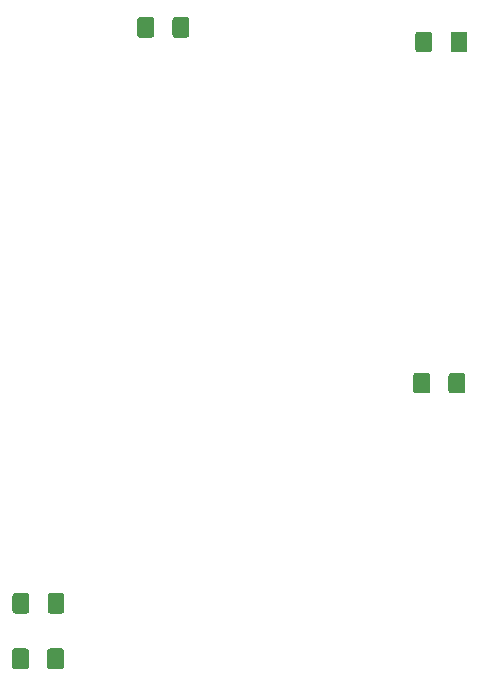
<source format=gbr>
G04 #@! TF.GenerationSoftware,KiCad,Pcbnew,(5.0.0)*
G04 #@! TF.CreationDate,2019-03-26T18:25:38-05:00*
G04 #@! TF.ProjectId,PlayerPiano,506C617965725069616E6F2E6B696361,rev?*
G04 #@! TF.SameCoordinates,Original*
G04 #@! TF.FileFunction,Paste,Top*
G04 #@! TF.FilePolarity,Positive*
%FSLAX46Y46*%
G04 Gerber Fmt 4.6, Leading zero omitted, Abs format (unit mm)*
G04 Created by KiCad (PCBNEW (5.0.0)) date 03/26/19 18:25:38*
%MOMM*%
%LPD*%
G01*
G04 APERTURE LIST*
%ADD10C,0.100000*%
%ADD11C,1.425000*%
G04 APERTURE END LIST*
D10*
G04 #@! TO.C,C1*
G36*
X217099504Y-111456204D02*
X217123773Y-111459804D01*
X217147571Y-111465765D01*
X217170671Y-111474030D01*
X217192849Y-111484520D01*
X217213893Y-111497133D01*
X217233598Y-111511747D01*
X217251777Y-111528223D01*
X217268253Y-111546402D01*
X217282867Y-111566107D01*
X217295480Y-111587151D01*
X217305970Y-111609329D01*
X217314235Y-111632429D01*
X217320196Y-111656227D01*
X217323796Y-111680496D01*
X217325000Y-111705000D01*
X217325000Y-112955000D01*
X217323796Y-112979504D01*
X217320196Y-113003773D01*
X217314235Y-113027571D01*
X217305970Y-113050671D01*
X217295480Y-113072849D01*
X217282867Y-113093893D01*
X217268253Y-113113598D01*
X217251777Y-113131777D01*
X217233598Y-113148253D01*
X217213893Y-113162867D01*
X217192849Y-113175480D01*
X217170671Y-113185970D01*
X217147571Y-113194235D01*
X217123773Y-113200196D01*
X217099504Y-113203796D01*
X217075000Y-113205000D01*
X216150000Y-113205000D01*
X216125496Y-113203796D01*
X216101227Y-113200196D01*
X216077429Y-113194235D01*
X216054329Y-113185970D01*
X216032151Y-113175480D01*
X216011107Y-113162867D01*
X215991402Y-113148253D01*
X215973223Y-113131777D01*
X215956747Y-113113598D01*
X215942133Y-113093893D01*
X215929520Y-113072849D01*
X215919030Y-113050671D01*
X215910765Y-113027571D01*
X215904804Y-113003773D01*
X215901204Y-112979504D01*
X215900000Y-112955000D01*
X215900000Y-111705000D01*
X215901204Y-111680496D01*
X215904804Y-111656227D01*
X215910765Y-111632429D01*
X215919030Y-111609329D01*
X215929520Y-111587151D01*
X215942133Y-111566107D01*
X215956747Y-111546402D01*
X215973223Y-111528223D01*
X215991402Y-111511747D01*
X216011107Y-111497133D01*
X216032151Y-111484520D01*
X216054329Y-111474030D01*
X216077429Y-111465765D01*
X216101227Y-111459804D01*
X216125496Y-111456204D01*
X216150000Y-111455000D01*
X217075000Y-111455000D01*
X217099504Y-111456204D01*
X217099504Y-111456204D01*
G37*
D11*
X216612500Y-112330000D03*
D10*
G36*
X220074504Y-111456204D02*
X220098773Y-111459804D01*
X220122571Y-111465765D01*
X220145671Y-111474030D01*
X220167849Y-111484520D01*
X220188893Y-111497133D01*
X220208598Y-111511747D01*
X220226777Y-111528223D01*
X220243253Y-111546402D01*
X220257867Y-111566107D01*
X220270480Y-111587151D01*
X220280970Y-111609329D01*
X220289235Y-111632429D01*
X220295196Y-111656227D01*
X220298796Y-111680496D01*
X220300000Y-111705000D01*
X220300000Y-112955000D01*
X220298796Y-112979504D01*
X220295196Y-113003773D01*
X220289235Y-113027571D01*
X220280970Y-113050671D01*
X220270480Y-113072849D01*
X220257867Y-113093893D01*
X220243253Y-113113598D01*
X220226777Y-113131777D01*
X220208598Y-113148253D01*
X220188893Y-113162867D01*
X220167849Y-113175480D01*
X220145671Y-113185970D01*
X220122571Y-113194235D01*
X220098773Y-113200196D01*
X220074504Y-113203796D01*
X220050000Y-113205000D01*
X219125000Y-113205000D01*
X219100496Y-113203796D01*
X219076227Y-113200196D01*
X219052429Y-113194235D01*
X219029329Y-113185970D01*
X219007151Y-113175480D01*
X218986107Y-113162867D01*
X218966402Y-113148253D01*
X218948223Y-113131777D01*
X218931747Y-113113598D01*
X218917133Y-113093893D01*
X218904520Y-113072849D01*
X218894030Y-113050671D01*
X218885765Y-113027571D01*
X218879804Y-113003773D01*
X218876204Y-112979504D01*
X218875000Y-112955000D01*
X218875000Y-111705000D01*
X218876204Y-111680496D01*
X218879804Y-111656227D01*
X218885765Y-111632429D01*
X218894030Y-111609329D01*
X218904520Y-111587151D01*
X218917133Y-111566107D01*
X218931747Y-111546402D01*
X218948223Y-111528223D01*
X218966402Y-111511747D01*
X218986107Y-111497133D01*
X219007151Y-111484520D01*
X219029329Y-111474030D01*
X219052429Y-111465765D01*
X219076227Y-111459804D01*
X219100496Y-111456204D01*
X219125000Y-111455000D01*
X220050000Y-111455000D01*
X220074504Y-111456204D01*
X220074504Y-111456204D01*
G37*
D11*
X219587500Y-112330000D03*
G04 #@! TD*
D10*
G04 #@! TO.C,C12*
G36*
X219894504Y-140346204D02*
X219918773Y-140349804D01*
X219942571Y-140355765D01*
X219965671Y-140364030D01*
X219987849Y-140374520D01*
X220008893Y-140387133D01*
X220028598Y-140401747D01*
X220046777Y-140418223D01*
X220063253Y-140436402D01*
X220077867Y-140456107D01*
X220090480Y-140477151D01*
X220100970Y-140499329D01*
X220109235Y-140522429D01*
X220115196Y-140546227D01*
X220118796Y-140570496D01*
X220120000Y-140595000D01*
X220120000Y-141845000D01*
X220118796Y-141869504D01*
X220115196Y-141893773D01*
X220109235Y-141917571D01*
X220100970Y-141940671D01*
X220090480Y-141962849D01*
X220077867Y-141983893D01*
X220063253Y-142003598D01*
X220046777Y-142021777D01*
X220028598Y-142038253D01*
X220008893Y-142052867D01*
X219987849Y-142065480D01*
X219965671Y-142075970D01*
X219942571Y-142084235D01*
X219918773Y-142090196D01*
X219894504Y-142093796D01*
X219870000Y-142095000D01*
X218945000Y-142095000D01*
X218920496Y-142093796D01*
X218896227Y-142090196D01*
X218872429Y-142084235D01*
X218849329Y-142075970D01*
X218827151Y-142065480D01*
X218806107Y-142052867D01*
X218786402Y-142038253D01*
X218768223Y-142021777D01*
X218751747Y-142003598D01*
X218737133Y-141983893D01*
X218724520Y-141962849D01*
X218714030Y-141940671D01*
X218705765Y-141917571D01*
X218699804Y-141893773D01*
X218696204Y-141869504D01*
X218695000Y-141845000D01*
X218695000Y-140595000D01*
X218696204Y-140570496D01*
X218699804Y-140546227D01*
X218705765Y-140522429D01*
X218714030Y-140499329D01*
X218724520Y-140477151D01*
X218737133Y-140456107D01*
X218751747Y-140436402D01*
X218768223Y-140418223D01*
X218786402Y-140401747D01*
X218806107Y-140387133D01*
X218827151Y-140374520D01*
X218849329Y-140364030D01*
X218872429Y-140355765D01*
X218896227Y-140349804D01*
X218920496Y-140346204D01*
X218945000Y-140345000D01*
X219870000Y-140345000D01*
X219894504Y-140346204D01*
X219894504Y-140346204D01*
G37*
D11*
X219407500Y-141220000D03*
D10*
G36*
X216919504Y-140346204D02*
X216943773Y-140349804D01*
X216967571Y-140355765D01*
X216990671Y-140364030D01*
X217012849Y-140374520D01*
X217033893Y-140387133D01*
X217053598Y-140401747D01*
X217071777Y-140418223D01*
X217088253Y-140436402D01*
X217102867Y-140456107D01*
X217115480Y-140477151D01*
X217125970Y-140499329D01*
X217134235Y-140522429D01*
X217140196Y-140546227D01*
X217143796Y-140570496D01*
X217145000Y-140595000D01*
X217145000Y-141845000D01*
X217143796Y-141869504D01*
X217140196Y-141893773D01*
X217134235Y-141917571D01*
X217125970Y-141940671D01*
X217115480Y-141962849D01*
X217102867Y-141983893D01*
X217088253Y-142003598D01*
X217071777Y-142021777D01*
X217053598Y-142038253D01*
X217033893Y-142052867D01*
X217012849Y-142065480D01*
X216990671Y-142075970D01*
X216967571Y-142084235D01*
X216943773Y-142090196D01*
X216919504Y-142093796D01*
X216895000Y-142095000D01*
X215970000Y-142095000D01*
X215945496Y-142093796D01*
X215921227Y-142090196D01*
X215897429Y-142084235D01*
X215874329Y-142075970D01*
X215852151Y-142065480D01*
X215831107Y-142052867D01*
X215811402Y-142038253D01*
X215793223Y-142021777D01*
X215776747Y-142003598D01*
X215762133Y-141983893D01*
X215749520Y-141962849D01*
X215739030Y-141940671D01*
X215730765Y-141917571D01*
X215724804Y-141893773D01*
X215721204Y-141869504D01*
X215720000Y-141845000D01*
X215720000Y-140595000D01*
X215721204Y-140570496D01*
X215724804Y-140546227D01*
X215730765Y-140522429D01*
X215739030Y-140499329D01*
X215749520Y-140477151D01*
X215762133Y-140456107D01*
X215776747Y-140436402D01*
X215793223Y-140418223D01*
X215811402Y-140401747D01*
X215831107Y-140387133D01*
X215852151Y-140374520D01*
X215874329Y-140364030D01*
X215897429Y-140355765D01*
X215921227Y-140349804D01*
X215945496Y-140346204D01*
X215970000Y-140345000D01*
X216895000Y-140345000D01*
X216919504Y-140346204D01*
X216919504Y-140346204D01*
G37*
D11*
X216432500Y-141220000D03*
G04 #@! TD*
D10*
G04 #@! TO.C,R1*
G36*
X185914504Y-163686204D02*
X185938773Y-163689804D01*
X185962571Y-163695765D01*
X185985671Y-163704030D01*
X186007849Y-163714520D01*
X186028893Y-163727133D01*
X186048598Y-163741747D01*
X186066777Y-163758223D01*
X186083253Y-163776402D01*
X186097867Y-163796107D01*
X186110480Y-163817151D01*
X186120970Y-163839329D01*
X186129235Y-163862429D01*
X186135196Y-163886227D01*
X186138796Y-163910496D01*
X186140000Y-163935000D01*
X186140000Y-165185000D01*
X186138796Y-165209504D01*
X186135196Y-165233773D01*
X186129235Y-165257571D01*
X186120970Y-165280671D01*
X186110480Y-165302849D01*
X186097867Y-165323893D01*
X186083253Y-165343598D01*
X186066777Y-165361777D01*
X186048598Y-165378253D01*
X186028893Y-165392867D01*
X186007849Y-165405480D01*
X185985671Y-165415970D01*
X185962571Y-165424235D01*
X185938773Y-165430196D01*
X185914504Y-165433796D01*
X185890000Y-165435000D01*
X184965000Y-165435000D01*
X184940496Y-165433796D01*
X184916227Y-165430196D01*
X184892429Y-165424235D01*
X184869329Y-165415970D01*
X184847151Y-165405480D01*
X184826107Y-165392867D01*
X184806402Y-165378253D01*
X184788223Y-165361777D01*
X184771747Y-165343598D01*
X184757133Y-165323893D01*
X184744520Y-165302849D01*
X184734030Y-165280671D01*
X184725765Y-165257571D01*
X184719804Y-165233773D01*
X184716204Y-165209504D01*
X184715000Y-165185000D01*
X184715000Y-163935000D01*
X184716204Y-163910496D01*
X184719804Y-163886227D01*
X184725765Y-163862429D01*
X184734030Y-163839329D01*
X184744520Y-163817151D01*
X184757133Y-163796107D01*
X184771747Y-163776402D01*
X184788223Y-163758223D01*
X184806402Y-163741747D01*
X184826107Y-163727133D01*
X184847151Y-163714520D01*
X184869329Y-163704030D01*
X184892429Y-163695765D01*
X184916227Y-163689804D01*
X184940496Y-163686204D01*
X184965000Y-163685000D01*
X185890000Y-163685000D01*
X185914504Y-163686204D01*
X185914504Y-163686204D01*
G37*
D11*
X185427500Y-164560000D03*
D10*
G36*
X182939504Y-163686204D02*
X182963773Y-163689804D01*
X182987571Y-163695765D01*
X183010671Y-163704030D01*
X183032849Y-163714520D01*
X183053893Y-163727133D01*
X183073598Y-163741747D01*
X183091777Y-163758223D01*
X183108253Y-163776402D01*
X183122867Y-163796107D01*
X183135480Y-163817151D01*
X183145970Y-163839329D01*
X183154235Y-163862429D01*
X183160196Y-163886227D01*
X183163796Y-163910496D01*
X183165000Y-163935000D01*
X183165000Y-165185000D01*
X183163796Y-165209504D01*
X183160196Y-165233773D01*
X183154235Y-165257571D01*
X183145970Y-165280671D01*
X183135480Y-165302849D01*
X183122867Y-165323893D01*
X183108253Y-165343598D01*
X183091777Y-165361777D01*
X183073598Y-165378253D01*
X183053893Y-165392867D01*
X183032849Y-165405480D01*
X183010671Y-165415970D01*
X182987571Y-165424235D01*
X182963773Y-165430196D01*
X182939504Y-165433796D01*
X182915000Y-165435000D01*
X181990000Y-165435000D01*
X181965496Y-165433796D01*
X181941227Y-165430196D01*
X181917429Y-165424235D01*
X181894329Y-165415970D01*
X181872151Y-165405480D01*
X181851107Y-165392867D01*
X181831402Y-165378253D01*
X181813223Y-165361777D01*
X181796747Y-165343598D01*
X181782133Y-165323893D01*
X181769520Y-165302849D01*
X181759030Y-165280671D01*
X181750765Y-165257571D01*
X181744804Y-165233773D01*
X181741204Y-165209504D01*
X181740000Y-165185000D01*
X181740000Y-163935000D01*
X181741204Y-163910496D01*
X181744804Y-163886227D01*
X181750765Y-163862429D01*
X181759030Y-163839329D01*
X181769520Y-163817151D01*
X181782133Y-163796107D01*
X181796747Y-163776402D01*
X181813223Y-163758223D01*
X181831402Y-163741747D01*
X181851107Y-163727133D01*
X181872151Y-163714520D01*
X181894329Y-163704030D01*
X181917429Y-163695765D01*
X181941227Y-163689804D01*
X181965496Y-163686204D01*
X181990000Y-163685000D01*
X182915000Y-163685000D01*
X182939504Y-163686204D01*
X182939504Y-163686204D01*
G37*
D11*
X182452500Y-164560000D03*
G04 #@! TD*
D10*
G04 #@! TO.C,R2*
G36*
X182979504Y-158986204D02*
X183003773Y-158989804D01*
X183027571Y-158995765D01*
X183050671Y-159004030D01*
X183072849Y-159014520D01*
X183093893Y-159027133D01*
X183113598Y-159041747D01*
X183131777Y-159058223D01*
X183148253Y-159076402D01*
X183162867Y-159096107D01*
X183175480Y-159117151D01*
X183185970Y-159139329D01*
X183194235Y-159162429D01*
X183200196Y-159186227D01*
X183203796Y-159210496D01*
X183205000Y-159235000D01*
X183205000Y-160485000D01*
X183203796Y-160509504D01*
X183200196Y-160533773D01*
X183194235Y-160557571D01*
X183185970Y-160580671D01*
X183175480Y-160602849D01*
X183162867Y-160623893D01*
X183148253Y-160643598D01*
X183131777Y-160661777D01*
X183113598Y-160678253D01*
X183093893Y-160692867D01*
X183072849Y-160705480D01*
X183050671Y-160715970D01*
X183027571Y-160724235D01*
X183003773Y-160730196D01*
X182979504Y-160733796D01*
X182955000Y-160735000D01*
X182030000Y-160735000D01*
X182005496Y-160733796D01*
X181981227Y-160730196D01*
X181957429Y-160724235D01*
X181934329Y-160715970D01*
X181912151Y-160705480D01*
X181891107Y-160692867D01*
X181871402Y-160678253D01*
X181853223Y-160661777D01*
X181836747Y-160643598D01*
X181822133Y-160623893D01*
X181809520Y-160602849D01*
X181799030Y-160580671D01*
X181790765Y-160557571D01*
X181784804Y-160533773D01*
X181781204Y-160509504D01*
X181780000Y-160485000D01*
X181780000Y-159235000D01*
X181781204Y-159210496D01*
X181784804Y-159186227D01*
X181790765Y-159162429D01*
X181799030Y-159139329D01*
X181809520Y-159117151D01*
X181822133Y-159096107D01*
X181836747Y-159076402D01*
X181853223Y-159058223D01*
X181871402Y-159041747D01*
X181891107Y-159027133D01*
X181912151Y-159014520D01*
X181934329Y-159004030D01*
X181957429Y-158995765D01*
X181981227Y-158989804D01*
X182005496Y-158986204D01*
X182030000Y-158985000D01*
X182955000Y-158985000D01*
X182979504Y-158986204D01*
X182979504Y-158986204D01*
G37*
D11*
X182492500Y-159860000D03*
D10*
G36*
X185954504Y-158986204D02*
X185978773Y-158989804D01*
X186002571Y-158995765D01*
X186025671Y-159004030D01*
X186047849Y-159014520D01*
X186068893Y-159027133D01*
X186088598Y-159041747D01*
X186106777Y-159058223D01*
X186123253Y-159076402D01*
X186137867Y-159096107D01*
X186150480Y-159117151D01*
X186160970Y-159139329D01*
X186169235Y-159162429D01*
X186175196Y-159186227D01*
X186178796Y-159210496D01*
X186180000Y-159235000D01*
X186180000Y-160485000D01*
X186178796Y-160509504D01*
X186175196Y-160533773D01*
X186169235Y-160557571D01*
X186160970Y-160580671D01*
X186150480Y-160602849D01*
X186137867Y-160623893D01*
X186123253Y-160643598D01*
X186106777Y-160661777D01*
X186088598Y-160678253D01*
X186068893Y-160692867D01*
X186047849Y-160705480D01*
X186025671Y-160715970D01*
X186002571Y-160724235D01*
X185978773Y-160730196D01*
X185954504Y-160733796D01*
X185930000Y-160735000D01*
X185005000Y-160735000D01*
X184980496Y-160733796D01*
X184956227Y-160730196D01*
X184932429Y-160724235D01*
X184909329Y-160715970D01*
X184887151Y-160705480D01*
X184866107Y-160692867D01*
X184846402Y-160678253D01*
X184828223Y-160661777D01*
X184811747Y-160643598D01*
X184797133Y-160623893D01*
X184784520Y-160602849D01*
X184774030Y-160580671D01*
X184765765Y-160557571D01*
X184759804Y-160533773D01*
X184756204Y-160509504D01*
X184755000Y-160485000D01*
X184755000Y-159235000D01*
X184756204Y-159210496D01*
X184759804Y-159186227D01*
X184765765Y-159162429D01*
X184774030Y-159139329D01*
X184784520Y-159117151D01*
X184797133Y-159096107D01*
X184811747Y-159076402D01*
X184828223Y-159058223D01*
X184846402Y-159041747D01*
X184866107Y-159027133D01*
X184887151Y-159014520D01*
X184909329Y-159004030D01*
X184932429Y-158995765D01*
X184956227Y-158989804D01*
X184980496Y-158986204D01*
X185005000Y-158985000D01*
X185930000Y-158985000D01*
X185954504Y-158986204D01*
X185954504Y-158986204D01*
G37*
D11*
X185467500Y-159860000D03*
G04 #@! TD*
D10*
G04 #@! TO.C,R3*
G36*
X193549504Y-110226204D02*
X193573773Y-110229804D01*
X193597571Y-110235765D01*
X193620671Y-110244030D01*
X193642849Y-110254520D01*
X193663893Y-110267133D01*
X193683598Y-110281747D01*
X193701777Y-110298223D01*
X193718253Y-110316402D01*
X193732867Y-110336107D01*
X193745480Y-110357151D01*
X193755970Y-110379329D01*
X193764235Y-110402429D01*
X193770196Y-110426227D01*
X193773796Y-110450496D01*
X193775000Y-110475000D01*
X193775000Y-111725000D01*
X193773796Y-111749504D01*
X193770196Y-111773773D01*
X193764235Y-111797571D01*
X193755970Y-111820671D01*
X193745480Y-111842849D01*
X193732867Y-111863893D01*
X193718253Y-111883598D01*
X193701777Y-111901777D01*
X193683598Y-111918253D01*
X193663893Y-111932867D01*
X193642849Y-111945480D01*
X193620671Y-111955970D01*
X193597571Y-111964235D01*
X193573773Y-111970196D01*
X193549504Y-111973796D01*
X193525000Y-111975000D01*
X192600000Y-111975000D01*
X192575496Y-111973796D01*
X192551227Y-111970196D01*
X192527429Y-111964235D01*
X192504329Y-111955970D01*
X192482151Y-111945480D01*
X192461107Y-111932867D01*
X192441402Y-111918253D01*
X192423223Y-111901777D01*
X192406747Y-111883598D01*
X192392133Y-111863893D01*
X192379520Y-111842849D01*
X192369030Y-111820671D01*
X192360765Y-111797571D01*
X192354804Y-111773773D01*
X192351204Y-111749504D01*
X192350000Y-111725000D01*
X192350000Y-110475000D01*
X192351204Y-110450496D01*
X192354804Y-110426227D01*
X192360765Y-110402429D01*
X192369030Y-110379329D01*
X192379520Y-110357151D01*
X192392133Y-110336107D01*
X192406747Y-110316402D01*
X192423223Y-110298223D01*
X192441402Y-110281747D01*
X192461107Y-110267133D01*
X192482151Y-110254520D01*
X192504329Y-110244030D01*
X192527429Y-110235765D01*
X192551227Y-110229804D01*
X192575496Y-110226204D01*
X192600000Y-110225000D01*
X193525000Y-110225000D01*
X193549504Y-110226204D01*
X193549504Y-110226204D01*
G37*
D11*
X193062500Y-111100000D03*
D10*
G36*
X196524504Y-110226204D02*
X196548773Y-110229804D01*
X196572571Y-110235765D01*
X196595671Y-110244030D01*
X196617849Y-110254520D01*
X196638893Y-110267133D01*
X196658598Y-110281747D01*
X196676777Y-110298223D01*
X196693253Y-110316402D01*
X196707867Y-110336107D01*
X196720480Y-110357151D01*
X196730970Y-110379329D01*
X196739235Y-110402429D01*
X196745196Y-110426227D01*
X196748796Y-110450496D01*
X196750000Y-110475000D01*
X196750000Y-111725000D01*
X196748796Y-111749504D01*
X196745196Y-111773773D01*
X196739235Y-111797571D01*
X196730970Y-111820671D01*
X196720480Y-111842849D01*
X196707867Y-111863893D01*
X196693253Y-111883598D01*
X196676777Y-111901777D01*
X196658598Y-111918253D01*
X196638893Y-111932867D01*
X196617849Y-111945480D01*
X196595671Y-111955970D01*
X196572571Y-111964235D01*
X196548773Y-111970196D01*
X196524504Y-111973796D01*
X196500000Y-111975000D01*
X195575000Y-111975000D01*
X195550496Y-111973796D01*
X195526227Y-111970196D01*
X195502429Y-111964235D01*
X195479329Y-111955970D01*
X195457151Y-111945480D01*
X195436107Y-111932867D01*
X195416402Y-111918253D01*
X195398223Y-111901777D01*
X195381747Y-111883598D01*
X195367133Y-111863893D01*
X195354520Y-111842849D01*
X195344030Y-111820671D01*
X195335765Y-111797571D01*
X195329804Y-111773773D01*
X195326204Y-111749504D01*
X195325000Y-111725000D01*
X195325000Y-110475000D01*
X195326204Y-110450496D01*
X195329804Y-110426227D01*
X195335765Y-110402429D01*
X195344030Y-110379329D01*
X195354520Y-110357151D01*
X195367133Y-110336107D01*
X195381747Y-110316402D01*
X195398223Y-110298223D01*
X195416402Y-110281747D01*
X195436107Y-110267133D01*
X195457151Y-110254520D01*
X195479329Y-110244030D01*
X195502429Y-110235765D01*
X195526227Y-110229804D01*
X195550496Y-110226204D01*
X195575000Y-110225000D01*
X196500000Y-110225000D01*
X196524504Y-110226204D01*
X196524504Y-110226204D01*
G37*
D11*
X196037500Y-111100000D03*
G04 #@! TD*
M02*

</source>
